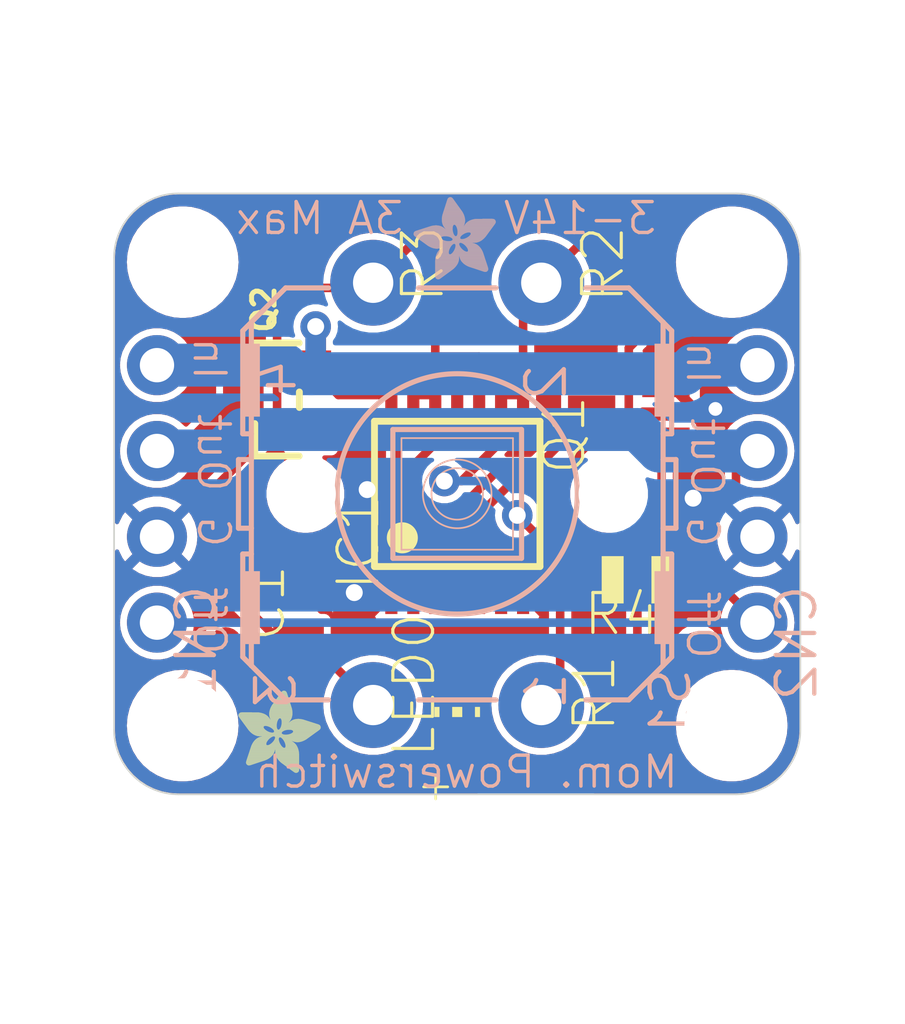
<source format=kicad_pcb>
(kicad_pcb (version 20221018) (generator pcbnew)
  (layers (0 "F.Cu" signal) (31 "B.Cu" signal) (34 "B.Paste" user) (35 "F.Paste" user) (36 "B.SilkS" user "B.Silkscreen") (37 "F.SilkS" user "F.Silkscreen") (38 "B.Mask" user) (39 "F.Mask" user) (44 "Edge.Cuts" user))
  (net 0 "")
  (net 1 "+18V")
  (net 2 "GND")
  (net 3 "N$2")
  (net 4 "N$3")
  (net 5 "GATE")
  (net 6 "N$5")
  (net 7 "N$7")
  (net 8 "N$1")
  (net 9 "KILL")
  (net 10 "OUT")
  (footprint "working:FIDUCIAL_1MM" (layer "F.Cu") (at 155.6131 109.5756)
    (fp_text reference "FID1" hide)
    (fp_text value "FIDUCIAL\"\"" hide)
    (pad "1" smd roundrect (at 0 0) (size 1 1) (layers "F.Cu" "F.Mask") (roundrect_rratio 0.5))
  )
  (footprint "" (layer "F.Cu") (at 156.6291 98.1456)
    (fp_text reference "@HOLE2" hide)
    (fp_text value "" (at 0 0) (layer "F.SilkS") (effects (font (size 1.27 1.27))))
    (pad "" np_thru_hole circle (at 0 0) (size 2.8 2.8) (drill 2.8) (layers "*.Cu" "*.Mask"))
  )
  (footprint "working:R0805" (layer "F.Cu") (at 153.8351 107.5436 180)
    (fp_text reference "R4" (at -0.762 -1.016) (layer "F.SilkS") (effects (font (size 1.176528 1.176528) (thickness 0.093472)) (justify right)))
    (fp_text value "1K")
    (pad "1" smd rect (at -1 0 180) (size 1.1 1.4) (layers "F.Cu" "F.Paste" "F.Mask") (net 9 "KILL"))
    (pad "2" smd rect (at 1 0 180) (size 1.1 1.4) (layers "F.Cu" "F.Paste" "F.Mask") (net 8 "N$1"))
  )
  (footprint "" (layer "F.Cu") (at 156.6291 111.8616)
    (fp_text reference "@HOLE3" hide)
    (fp_text value "" (at 0 0) (layer "F.SilkS") (effects (font (size 1.27 1.27))))
    (pad "" np_thru_hole circle (at 0 0) (size 2.8 2.8) (drill 2.8) (layers "*.Cu" "*.Mask"))
  )
  (footprint "working:R0805" (layer "F.Cu") (at 153.8351 98.6536 90)
    (fp_text reference "R2" (at -0.762 -1.016 90) (layer "F.SilkS") (effects (font (size 1.176528 1.176528) (thickness 0.093472)) (justify left)))
    (fp_text value "100K")
    (pad "1" smd rect (at -0.95 0 90) (size 1.3 1.5) (layers "F.Cu" "F.Paste" "F.Mask") (net 5 "GATE"))
    (pad "2" smd rect (at 0.95 0 90) (size 1.3 1.5) (layers "F.Cu" "F.Paste" "F.Mask") (net 7 "N$7"))
  )
  (footprint "working:FIDUCIAL_1MM" (layer "F.Cu") (at 141.6431 109.4486)
    (fp_text reference "FID3" hide)
    (fp_text value "FIDUCIAL\"\"" hide)
    (pad "1" smd roundrect (at 0 0) (size 1 1) (layers "F.Cu" "F.Mask") (roundrect_rratio 0.5))
  )
  (footprint "working:SOT23-WIDE" (layer "F.Cu") (at 143.1671 102.2096 90)
    (fp_text reference "Q2" (at 1.905 0 90) (layer "F.SilkS") (effects (font (size 0.666496 0.666496) (thickness 0.146304)) (justify left bottom)))
    (fp_text value "POWER PFET")
    (pad "1" smd rect (at -0.95 1 90) (size 1 1.2) (layers "F.Cu" "F.Paste" "F.Mask") (net 5 "GATE"))
    (pad "2" smd rect (at 0.95 1 90) (size 1 1.2) (layers "F.Cu" "F.Paste" "F.Mask") (net 1 "+18V"))
    (pad "3" smd rect (at 0 -1 90) (size 1 1.2) (layers "F.Cu" "F.Paste" "F.Mask") (net 10 "OUT"))
  )
  (footprint "working:ADAFRUIT_2.5MM" (layer "F.Cu") (at 142.0241 113.2586)
    (fp_text reference "U$2" hide)
    (fp_text value "" hide)
  )
  (footprint "working:C0805" (layer "F.Cu") (at 143.8021 108.5596 90)
    (fp_text reference "C1" (at -0.889 -1.016 90) (layer "F.SilkS") (effects (font (size 1.176528 1.176528) (thickness 0.093472)) (justify left)))
    (fp_text value "0.1uF")
    (pad "1" smd rect (at -0.85 0 90) (size 1.3 1.5) (layers "F.Cu" "F.Paste" "F.Mask") (net 6 "N$5"))
    (pad "2" smd rect (at 0.85 0 90) (size 1.3 1.5) (layers "F.Cu" "F.Paste" "F.Mask") (net 2 "GND"))
  )
  (footprint "working:MC14093B-TSSOP14" (layer "F.Cu") (at 148.5011 105.0036)
    (fp_text reference "IC1" (at -2.925 2.925 90) (layer "F.SilkS") (effects (font (size 1.176528 1.176528) (thickness 0.093472)) (justify left)))
    (fp_text value "4093DT")
    (pad "1" smd rect (at -1.95 2.925) (size 0.36 1.26) (layers "F.Cu" "F.Paste") (net 2 "GND"))
    (pad "2" smd rect (at -1.3 2.925) (size 0.36 1.26) (layers "F.Cu" "F.Paste") (net 2 "GND"))
    (pad "3" smd rect (at -0.65 2.925) (size 0.36 1.26) (layers "F.Cu" "F.Paste"))
    (pad "4" smd rect (at 0 2.925) (size 0.36 1.26) (layers "F.Cu" "F.Paste"))
    (pad "5" smd rect (at 0.65 2.925) (size 0.36 1.26) (layers "F.Cu" "F.Paste") (net 2 "GND"))
    (pad "6" smd rect (at 1.3 2.925) (size 0.36 1.26) (layers "F.Cu" "F.Paste") (net 2 "GND"))
    (pad "7" smd rect (at 1.95 2.925) (size 0.36 1.26) (layers "F.Cu" "F.Paste") (net 2 "GND"))
    (pad "8" smd rect (at 1.95 -2.925 180) (size 0.36 1.26) (layers "F.Cu" "F.Paste") (net 7 "N$7"))
    (pad "9" smd rect (at 1.3 -2.925 180) (size 0.36 1.26) (layers "F.Cu" "F.Paste") (net 7 "N$7"))
    (pad "10" smd rect (at 0.65 -2.925 180) (size 0.36 1.26) (layers "F.Cu" "F.Paste") (net 3 "N$2"))
    (pad "11" smd rect (at 0 -2.925 180) (size 0.36 1.26) (layers "F.Cu" "F.Paste") (net 5 "GATE"))
    (pad "12" smd rect (at -0.65 -2.925 180) (size 0.36 1.26) (layers "F.Cu" "F.Paste") (net 3 "N$2"))
    (pad "13" smd rect (at -1.3 -2.925 180) (size 0.36 1.26) (layers "F.Cu" "F.Paste") (net 3 "N$2"))
    (pad "14" smd rect (at -1.95 -2.925 180) (size 0.36 1.26) (layers "F.Cu" "F.Paste") (net 1 "+18V"))
  )
  (footprint "working:CHIP-LED0805" (layer "F.Cu") (at 148.5011 111.6076)
    (fp_text reference "LED0" (at -1.27 1.27 90) (layer "F.SilkS") (effects (font (size 1.176528 1.176528) (thickness 0.093472)) (justify left)))
    (fp_text value "RED")
    (fp_text user "+" (at -1.27 2.54) (layer "F.SilkS") (effects (font (size 0.93472 0.93472) (thickness 0.08128)) (justify left bottom)))
    (pad "A" smd rect (at 0 1.05) (size 1.2 1.2) (layers "F.Cu" "F.Paste" "F.Mask") (net 4 "N$3"))
    (pad "C" smd rect (at 0 -1.05) (size 1.2 1.2) (layers "F.Cu" "F.Paste" "F.Mask") (net 2 "GND"))
  )
  (footprint "working:FIDUCIAL_1MM" (layer "F.Cu") (at 142.9131 97.5106)
    (fp_text reference "FID2" hide)
    (fp_text value "FIDUCIAL\"\"" hide)
    (pad "1" smd roundrect (at 0 0) (size 1 1) (layers "F.Cu" "F.Mask") (roundrect_rratio 0.5))
  )
  (footprint "working:SOT23-BEC" (layer "F.Cu") (at 153.5811 102.5906 90)
    (fp_text reference "Q1" (at -1.905 -1.905 90) (layer "F.SilkS") (effects (font (size 1.176528 1.176528) (thickness 0.093472)) (justify left)))
    (fp_text value "2N2222")
    (pad "B" smd rect (at -0.95 1.1 90) (size 1 1.4) (layers "F.Cu" "F.Paste" "F.Mask") (net 8 "N$1"))
    (pad "C" smd rect (at 0 -1.1 90) (size 1 1.4) (layers "F.Cu" "F.Paste" "F.Mask") (net 3 "N$2"))
    (pad "E" smd rect (at 0.95 1.1 90) (size 1 1.4) (layers "F.Cu" "F.Paste" "F.Mask") (net 2 "GND"))
  )
  (footprint "working:R0805" (layer "F.Cu") (at 148.5011 98.6536 90)
    (fp_text reference "R3" (at -0.762 -1.016 90) (layer "F.SilkS") (effects (font (size 1.176528 1.176528) (thickness 0.093472)) (justify left)))
    (fp_text value "100K")
    (pad "1" smd rect (at -0.95 0 90) (size 1.3 1.5) (layers "F.Cu" "F.Paste" "F.Mask") (net 3 "N$2"))
    (pad "2" smd rect (at 0.95 0 90) (size 1.3 1.5) (layers "F.Cu" "F.Paste" "F.Mask") (net 6 "N$5"))
  )
  (footprint "working:R0805" (layer "F.Cu") (at 153.5811 111.3536 90)
    (fp_text reference "R1" (at -0.762 -1.016 90) (layer "F.SilkS") (effects (font (size 1.176528 1.176528) (thickness 0.093472)) (justify left)))
    (fp_text value "1K")
    (pad "1" smd rect (at -0.95 0 90) (size 1.3 1.5) (layers "F.Cu" "F.Paste" "F.Mask") (net 4 "N$3"))
    (pad "2" smd rect (at 0.95 0 90) (size 1.3 1.5) (layers "F.Cu" "F.Paste" "F.Mask") (net 10 "OUT"))
  )
  (footprint "" (layer "F.Cu") (at 140.3731 98.1456)
    (fp_text reference "@HOLE0" hide)
    (fp_text value "" (at 0 0) (layer "F.SilkS") (effects (font (size 1.27 1.27))))
    (pad "" np_thru_hole circle (at 0 0) (size 2.8 2.8) (drill 2.8) (layers "*.Cu" "*.Mask"))
  )
  (footprint "" (layer "F.Cu") (at 140.3731 111.8616)
    (fp_text reference "@HOLE1" hide)
    (fp_text value "" (at 0 0) (layer "F.SilkS") (effects (font (size 1.27 1.27))))
    (pad "" np_thru_hole circle (at 0 0) (size 2.8 2.8) (drill 2.8) (layers "*.Cu" "*.Mask"))
  )
  (footprint "working:ADAFRUIT_2.5MM" (layer "B.Cu") (at 149.6441 98.6536 180)
    (fp_text reference "U$1" hide)
    (fp_text value "" hide)
  )
  (footprint "working:1X04-CLEANBIG" (layer "B.Cu") (at 157.3911 105.0036 90)
    (fp_text reference "CN2" (at -2.6162 1.8288 270) (layer "B.SilkS") (effects (font (size 1.143 1.143) (thickness 0.127)) (justify left bottom mirror)))
    (fp_text value "1X4-CLEANBIG")
    (pad "1" thru_hole circle (at -3.81 0) (size 1.778 1.778) (drill 1.016) (layers "*.Cu" "*.Mask") (net 9 "KILL"))
    (pad "2" thru_hole circle (at -1.27 0) (size 1.778 1.778) (drill 1.016) (layers "*.Cu" "*.Mask") (net 2 "GND"))
    (pad "3" thru_hole circle (at 1.27 0) (size 1.778 1.778) (drill 1.016) (layers "*.Cu" "*.Mask") (net 10 "OUT"))
    (pad "4" thru_hole circle (at 3.81 0) (size 1.778 1.778) (drill 1.016) (layers "*.Cu" "*.Mask") (net 1 "+18V"))
  )
  (footprint "working:1X04-CLEANBIG" (layer "B.Cu") (at 139.6111 105.0036 90)
    (fp_text reference "CN1" (at -2.6162 1.8288 270) (layer "B.SilkS") (effects (font (size 1.143 1.143) (thickness 0.127)) (justify left bottom mirror)))
    (fp_text value "1X4-CLEANBIG")
    (pad "1" thru_hole circle (at -3.81 0) (size 1.778 1.778) (drill 1.016) (layers "*.Cu" "*.Mask") (net 9 "KILL"))
    (pad "2" thru_hole circle (at -1.27 0) (size 1.778 1.778) (drill 1.016) (layers "*.Cu" "*.Mask") (net 2 "GND"))
    (pad "3" thru_hole circle (at 1.27 0) (size 1.778 1.778) (drill 1.016) (layers "*.Cu" "*.Mask") (net 10 "OUT"))
    (pad "4" thru_hole circle (at 3.81 0) (size 1.778 1.778) (drill 1.016) (layers "*.Cu" "*.Mask") (net 1 "+18V"))
  )
  (footprint "working:B3F-40XX-ROUND" (layer "B.Cu") (at 148.5011 105.0036 90)
    (fp_text reference "S1" (at -5.08 6.985 270) (layer "B.SilkS") (effects (font (size 1.143 1.143) (thickness 0.127)) (justify left bottom mirror)))
    (fp_text value "")
    (fp_text user "3" (at -5.207 -4.699 270) (layer "B.SilkS") (effects (font (size 1.143 1.143) (thickness 0.127)) (justify left bottom mirror)))
    (fp_text user "4" (at 4.064 -4.699 270) (layer "B.SilkS") (effects (font (size 1.143 1.143) (thickness 0.127)) (justify left bottom mirror)))
    (fp_text user "1" (at -5.207 3.302 270) (layer "B.SilkS") (effects (font (size 1.143 1.143) (thickness 0.127)) (justify left bottom mirror)))
    (fp_text user "2" (at 3.937 3.302 270) (layer "B.SilkS") (effects (font (size 1.143 1.143) (thickness 0.127)) (justify left bottom mirror)))
    (pad "" np_thru_hole circle (at 0 -4.4958 90) (size 1.8034 1.8034) (drill 1.8034) (layers "*.Cu" "*.Mask"))
    (pad "" np_thru_hole circle (at 0 4.4958 90) (size 1.8034 1.8034) (drill 1.8034) (layers "*.Cu" "*.Mask"))
    (pad "1" thru_hole circle (at -6.2484 2.4892 90) (size 2.54 2.54) (drill 1.1938) (layers "*.Cu" "*.Mask") (net 7 "N$7"))
    (pad "2" thru_hole circle (at 6.2484 2.4892 90) (size 2.54 2.54) (drill 1.1938) (layers "*.Cu" "*.Mask") (net 7 "N$7"))
    (pad "3" thru_hole circle (at -6.2484 -2.4892 90) (size 2.54 2.54) (drill 1.1938) (layers "*.Cu" "*.Mask") (net 6 "N$5"))
    (pad "4" thru_hole circle (at 6.2484 -2.4892 90) (size 2.54 2.54) (drill 1.1938) (layers "*.Cu" "*.Mask") (net 6 "N$5"))
  )
  (gr_line (start 138.3411 111.9886) (end 138.3411 98.0186) (stroke (width 0.05)) (layer "Edge.Cuts"))
  (gr_line (start 140.2461 96.1136) (end 156.7561 96.1136) (stroke (width 0.05)) (layer "Edge.Cuts"))
  (gr_arc (start 158.6611 111.9886) (mid 158.103138 113.335638) (end 156.7561 113.8936) (stroke (width 0.05)) (layer "Edge.Cuts"))
  (gr_arc (start 138.3411 98.0186) (mid 138.899062 96.671562) (end 140.2461 96.1136) (stroke (width 0.05)) (layer "Edge.Cuts"))
  (gr_line (start 156.7561 113.8936) (end 140.2461 113.8936) (stroke (width 0.05)) (layer "Edge.Cuts"))
  (gr_arc (start 156.7561 96.1136) (mid 158.103138 96.671562) (end 158.6611 98.0186) (stroke (width 0.05)) (layer "Edge.Cuts"))
  (gr_line (start 158.6611 98.0186) (end 158.6611 111.9886) (stroke (width 0.05)) (layer "Edge.Cuts"))
  (gr_arc (start 140.2461 113.8936) (mid 138.899062 113.335638) (end 138.3411 111.9886) (stroke (width 0.05)) (layer "Edge.Cuts"))
  (gr_text "3A Max" (at 146.9771 97.3836) (layer "B.SilkS") (effects (font (size 0.9144 0.9144) (thickness 0.1016)) (justify left bottom mirror)))
  (gr_text "In" (at 155.2321 101.8286 -90) (layer "B.SilkS") (effects (font (size 0.9144 0.9144) (thickness 0.1016)) (justify left bottom mirror)))
  (gr_text "In" (at 140.6271 101.7016 -90) (layer "B.SilkS") (effects (font (size 0.9144 0.9144) (thickness 0.1016)) (justify left bottom mirror)))
  (gr_text "G" (at 155.2321 106.6546 -90) (layer "B.SilkS") (effects (font (size 0.9144 0.9144) (thickness 0.1016)) (justify left bottom mirror)))
  (gr_text "Out" (at 140.7541 105.0036 -90) (layer "B.SilkS") (effects (font (size 0.9144 0.9144) (thickness 0.1016)) (justify left bottom mirror)))
  (gr_text "Out" (at 155.3591 105.1306 -90) (layer "B.SilkS") (effects (font (size 0.9144 0.9144) (thickness 0.1016)) (justify left bottom mirror)))
  (gr_text "Off" (at 140.6271 109.8296 -90) (layer "B.SilkS") (effects (font (size 0.9144 0.9144) (thickness 0.1016)) (justify left bottom mirror)))
  (gr_text "Off" (at 155.2321 109.9566 -90) (layer "B.SilkS") (effects (font (size 0.9144 0.9144) (thickness 0.1016)) (justify left bottom mirror)))
  (gr_text "G" (at 140.7541 106.6546 -90) (layer "B.SilkS") (effects (font (size 0.9144 0.9144) (thickness 0.1016)) (justify left bottom mirror)))
  (gr_text "3-14V" (at 154.4701 97.3836) (layer "B.SilkS") (effects (font (size 0.9144 0.9144) (thickness 0.1016)) (justify left bottom mirror)))
  (gr_text "Mom. Powerswitch" (at 155.1051 113.7666) (layer "B.SilkS") (effects (font (size 0.9144 0.9144) (thickness 0.1016)) (justify left bottom mirror)))
  (segment (start 146.5511 102.0786) (end 144.9861 102.0786) (width 0.254) (layer "F.Cu") (net 1))
  (segment (start 144.9861 102.0786) (end 144.1671 101.2596) (width 0.254) (layer "F.Cu") (net 1))
  (segment (start 144.3101 101.3206) (end 144.2281 101.3206) (width 0.254) (layer "F.Cu") (net 1))
  (segment (start 144.2281 101.3206) (end 144.1671 101.2596) (width 0.254) (layer "F.Cu") (net 1))
  (segment (start 144.3101 101.3206) (end 144.3101 100.0506) (width 0.6096) (layer "F.Cu") (net 1))
  (via (at 144.3101 100.0506) (size 0.9064) (drill 0.5) (layers "F.Cu" "B.Cu") (net 1))
  (segment (start 143.4211 101.1936) (end 139.6111 101.1936) (width 1.27) (layer "B.Cu") (net 1))
  (segment (start 143.6751 101.4476) (end 143.4211 101.1936) (width 1.27) (layer "B.Cu") (net 1))
  (segment (start 157.3911 101.1936) (end 155.4861 101.1936) (width 1.27) (layer "B.Cu") (net 1))
  (segment (start 144.3101 100.0506) (end 144.3101 101.4476) (width 0.6096) (layer "B.Cu") (net 1))
  (segment (start 155.4861 101.1936) (end 155.2321 101.4476) (width 1.27) (layer "B.Cu") (net 1))
  (segment (start 144.3101 101.4476) (end 144.1831 101.4476) (width 0.6096) (layer "B.Cu") (net 1))
  (segment (start 144.1831 101.4476) (end 143.6751 101.4476) (width 1.27) (layer "B.Cu") (net 1))
  (segment (start 155.2321 101.4476) (end 144.1831 101.4476) (width 1.27) (layer "B.Cu") (net 1))
  (via (at 156.1465 102.489) (size 0.8128) (drill 0.4064) (layers "F.Cu" "B.Cu") (net 2))
  (via (at 145.8341 104.8766) (size 0.9064) (drill 0.5) (layers "F.Cu" "B.Cu") (net 2))
  (via (at 155.4861 105.1306) (size 0.9064) (drill 0.5) (layers "F.Cu" "B.Cu") (net 2))
  (via (at 145.4531 107.9246) (size 0.9064) (drill 0.5) (layers "F.Cu" "B.Cu") (net 2))
  (segment (start 148.5011 99.6536) (end 148.5011 99.6036) (width 0.254) (layer "F.Cu") (net 3))
  (segment (start 149.1361 102.5906) (end 149.1511 102.5756) (width 0.254) (layer "F.Cu") (net 3))
  (segment (start 149.1511 100.9396) (end 147.8511 100.9396) (width 0.254) (layer "F.Cu") (net 3))
  (segment (start 147.8511 100.3036) (end 148.5011 99.6536) (width 0.254) (layer "F.Cu") (net 3))
  (segment (start 147.2461 105.6386) (end 147.2461 104.1146) (width 0.254) (layer "F.Cu") (net 3))
  (segment (start 149.1511 102.5756) (end 149.1511 102.0786) (width 0.254) (layer "F.Cu") (net 3))
  (segment (start 147.8511 100.9396) (end 147.8511 102.0786) (width 0.254) (layer "F.Cu") (net 3))
  (segment (start 149.7711 104.2416) (end 148.3741 105.6386) (width 0.254) (layer "F.Cu") (net 3))
  (segment (start 150.8301 104.2416) (end 149.7711 104.2416) (width 0.254) (layer "F.Cu") (net 3))
  (segment (start 147.2461 104.1146) (end 147.7541 103.6066) (width 0.254) (layer "F.Cu") (net 3))
  (segment (start 152.4811 102.5906) (end 150.8301 104.2416) (width 0.254) (layer "F.Cu") (net 3))
  (segment (start 149.1511 102.0786) (end 149.1511 100.9396) (width 0.254) (layer "F.Cu") (net 3))
  (segment (start 147.8511 100.3036) (end 147.8511 100.9396) (width 0.254) (layer "F.Cu") (net 3))
  (segment (start 148.7551 103.6066) (end 149.1361 103.2256) (width 0.254) (layer "F.Cu") (net 3))
  (segment (start 148.3741 105.6386) (end 147.2461 105.6386) (width 0.254) (layer "F.Cu") (net 3))
  (segment (start 149.1361 103.2256) (end 149.1361 102.5906) (width 0.254) (layer "F.Cu") (net 3))
  (segment (start 147.7541 103.6066) (end 148.7551 103.6066) (width 0.254) (layer "F.Cu") (net 3))
  (segment (start 147.8511 102.0786) (end 147.2011 102.0786) (width 0.254) (layer "F.Cu") (net 3))
  (segment (start 149.3561 113.5126) (end 148.5011 112.6576) (width 0.254) (layer "F.Cu") (net 4))
  (segment (start 152.2951 113.5126) (end 153.5041 112.3036) (width 0.254) (layer "F.Cu") (net 4))
  (segment (start 153.5041 112.3036) (end 153.5811 112.3036) (width 0.254) (layer "F.Cu") (net 4))
  (segment (start 152.2951 113.5126) (end 149.3561 113.5126) (width 0.254) (layer "F.Cu") (net 4))
  (segment (start 153.3271 103.6066) (end 152.3111 103.6066) (width 0.254) (layer "F.Cu") (net 5))
  (segment (start 146.7231 103.0986) (end 148.2471 103.0986) (width 0.254) (layer "F.Cu") (net 5))
  (segment (start 148.5011 102.8446) (end 148.2471 103.0986) (width 0.254) (layer "F.Cu") (net 5))
  (segment (start 151.1681 104.7496) (end 150.0251 104.7496) (width 0.254) (layer "F.Cu") (net 5))
  (segment (start 146.7231 103.0986) (end 144.2281 103.0986) (width 0.254) (layer "F.Cu") (net 5))
  (segment (start 153.8351 100.4316) (end 153.8351 99.6036) (width 0.254) (layer "F.Cu") (net 5))
  (segment (start 153.3271 103.6066) (end 153.5811 103.3526) (width 0.254) (layer "F.Cu") (net 5))
  (segment (start 144.2281 103.0986) (end 144.1671 103.1596) (width 0.254) (layer "F.Cu") (net 5))
  (segment (start 148.5011 102.0786) (end 148.5011 102.8446) (width 0.254) (layer "F.Cu") (net 5))
  (segment (start 150.0251 104.7496) (end 148.6281 106.1466) (width 0.254) (layer "F.Cu") (net 5))
  (segment (start 152.3111 103.6066) (end 151.1681 104.7496) (width 0.254) (layer "F.Cu") (net 5))
  (segment (start 153.5811 100.6856) (end 153.8351 100.4316) (width 0.254) (layer "F.Cu") (net 5))
  (segment (start 153.5811 103.3526) (end 153.5811 100.6856) (width 0.254) (layer "F.Cu") (net 5))
  (segment (start 146.7231 106.1466) (end 146.7231 103.0986) (width 0.254) (layer "F.Cu") (net 5))
  (segment (start 148.6281 106.1466) (end 146.7231 106.1466) (width 0.254) (layer "F.Cu") (net 5))
  (segment (start 143.707946 109.4486) (end 143.8021 109.4096) (width 0.254) (layer "F.Cu") (net 6))
  (segment (start 141.3891 104.7496) (end 143.1671 102.9716) (width 0.254) (layer "F.Cu") (net 6))
  (segment (start 144.1695 109.4096) (end 143.8021 109.4096) (width 0.254) (layer "F.Cu") (net 6))
  (segment (start 143.1671 99.9236) (end 144.1831 98.9076) (width 0.254) (layer "F.Cu") (net 6))
  (segment (start 143.3331 109.4486) (end 143.707946 109.4486) (width 0.254) (layer "F.Cu") (net 6))
  (segment (start 141.3891 107.5046) (end 141.3891 104.7496) (width 0.254) (layer "F.Cu") (net 6))
  (segment (start 143.707946 109.4486) (end 143.707946 109.4486) (width 0.254) (layer "F.Cu") (net 6))
  (segment (start 143.3331 109.4486) (end 141.3891 107.5046) (width 0.254) (layer "F.Cu") (net 6))
  (segment (start 146.0119 111.252) (end 144.1695 109.4096) (width 0.254) (layer "F.Cu") (net 6))
  (segment (start 144.1831 98.9076) (end 145.8595 98.9076) (width 0.254) (layer "F.Cu") (net 6))
  (segment (start 146.0119 98.7552) (end 147.0635 97.7036) (width 0.254) (layer "F.Cu") (net 6))
  (segment (start 145.8595 98.9076) (end 146.0119 98.7552) (width 0.254) (layer "F.Cu") (net 6))
  (segment (start 143.1671 102.9716) (end 143.1671 99.9236) (width 0.254) (layer "F.Cu") (net 6))
  (segment (start 147.0635 97.7036) (end 148.5011 97.7036) (width 0.254) (layer "F.Cu") (net 6))
  (segment (start 148.6281 104.6226) (end 148.1201 104.6226) (width 0.254) (layer "F.Cu") (net 7))
  (segment (start 150.9903 98.7552) (end 152.0419 97.7036) (width 0.254) (layer "F.Cu") (net 7))
  (segment (start 150.9903 98.7552) (end 150.4511 99.2944) (width 0.254) (layer "F.Cu") (net 7))
  (segment (start 152.0419 97.7036) (end 153.8351 97.7036) (width 0.254) (layer "F.Cu") (net 7))
  (segment (start 151.5491 106.9086) (end 150.2791 105.6386) (width 0.254) (layer "F.Cu") (net 7))
  (segment (start 151.5491 110.6932) (end 151.5491 106.9086) (width 0.254) (layer "F.Cu") (net 7))
  (segment (start 150.9903 111.252) (end 151.5491 110.6932) (width 0.254) (layer "F.Cu") (net 7))
  (segment (start 150.4511 102.7996) (end 150.4511 102.0786) (width 0.254) (layer "F.Cu") (net 7))
  (segment (start 150.4511 102.7996) (end 148.6281 104.6226) (width 0.254) (layer "F.Cu") (net 7))
  (segment (start 150.4511 99.2944) (end 150.4511 102.0786) (width 0.254) (layer "F.Cu") (net 7))
  (segment (start 149.8011 102.0786) (end 150.4511 102.0786) (width 0.254) (layer "F.Cu") (net 7))
  (via (at 150.2791 105.6386) (size 0.9064) (drill 0.5) (layers "F.Cu" "B.Cu") (net 7))
  (via (at 148.1201 104.6226) (size 0.9064) (drill 0.5) (layers "F.Cu" "B.Cu") (net 7))
  (segment (start 148.1201 104.6226) (end 149.2631 104.6226) (width 0.254) (layer "B.Cu") (net 7))
  (segment (start 150.2791 105.6386) (end 149.2631 104.6226) (width 0.254) (layer "B.Cu") (net 7))
  (segment (start 154.5541 105.3006) (end 154.5541 103.5406) (width 0.254) (layer "F.Cu") (net 8))
  (segment (start 154.5541 103.5406) (end 154.6811 103.5406) (width 0.254) (layer "F.Cu") (net 8))
  (segment (start 152.8351 107.0196) (end 154.5541 105.3006) (width 0.254) (layer "F.Cu") (net 8))
  (segment (start 152.8351 107.5436) (end 152.8351 107.0196) (width 0.254) (layer "F.Cu") (net 8))
  (segment (start 156.1051 107.5436) (end 154.8351 107.5436) (width 0.254) (layer "F.Cu") (net 9))
  (segment (start 156.132412 107.554913) (end 157.3911 108.8136) (width 0.254) (layer "F.Cu") (net 9))
  (segment (start 156.1051 107.5436) (end 156.1051 107.5436) (width 0.254) (layer "F.Cu") (net 9))
  (segment (start 156.1051 107.5436) (end 156.132412 107.554913) (width 0.254) (layer "F.Cu") (net 9))
  (segment (start 157.3911 108.8136) (end 139.6111 108.8136) (width 0.254) (layer "B.Cu") (net 9))
  (segment (start 153.8351 110.0996) (end 153.8351 106.7816) (width 0.254) (layer "F.Cu") (net 10))
  (segment (start 153.5811 110.3536) (end 153.5811 110.4036) (width 0.254) (layer "F.Cu") (net 10))
  (segment (start 156.7561 105.0036) (end 156.7561 104.3686) (width 0.254) (layer "F.Cu") (net 10))
  (segment (start 153.8351 106.7816) (end 154.3431 106.2736) (width 0.254) (layer "F.Cu") (net 10))
  (segment (start 153.8351 110.0996) (end 153.5811 110.3536) (width 0.254) (layer "F.Cu") (net 10))
  (segment (start 142.1671 102.2096) (end 140.6431 103.7336) (width 0.8128) (layer "F.Cu") (net 10))
  (segment (start 154.3431 106.2736) (end 155.4861 106.2736) (width 0.254) (layer "F.Cu") (net 10))
  (segment (start 140.6431 103.7336) (end 139.6111 103.7336) (width 0.8128) (layer "F.Cu") (net 10))
  (segment (start 140.6525 103.7336) (end 140.6431 103.7336) (width 0.8128) (layer "F.Cu") (net 10))
  (segment (start 155.4861 106.2736) (end 156.7561 105.0036) (width 0.254) (layer "F.Cu") (net 10))
  (segment (start 156.7561 104.3686) (end 157.3911 103.7336) (width 0.254) (layer "F.Cu") (net 10))
  (segment (start 141.5161 103.7336) (end 139.6111 103.7336) (width 1.27) (layer "B.Cu") (net 10))
  (segment (start 154.4701 103.7336) (end 157.3911 103.7336) (width 1.27) (layer "B.Cu") (net 10))
  (segment (start 142.1511 103.0986) (end 141.5161 103.7336) (width 1.27) (layer "B.Cu") (net 10))
  (segment (start 153.8351 103.0986) (end 142.1511 103.0986) (width 1.27) (layer "B.Cu") (net 10))
  (segment (start 140.1191 103.7336) (end 139.6111 103.7336) (width 0.8128) (layer "B.Cu") (net 10))
  (segment (start 153.8351 103.0986) (end 154.4701 103.7336) (width 1.27) (layer "B.Cu") (net 10))
  (zone (net 2) (net_name "GND") (layer "F.Cu") (priority 6) (connect_pads (clearance 0.000001)) (min_thickness 0.127) (fill yes (thermal_gap 0.304) (thermal_bridge_width 0.304))
    (polygon (pts (xy 159.5501 114.7826) (xy 139.605555 114.7826) (xy 139.36843 114.761854) (xy 139.133131 114.698807) (xy 138.912357 114.595857) (xy 138.712814 114.456135) (xy 138.540565 114.283886) (xy 138.400843 114.084343) (xy 138.297893 113.863569) (xy 138.234846 113.62827) (xy 138.2141 113.391145) (xy 138.2141 95.4786) (xy 159.5501 95.4786)))
  )
  (zone (net 2) (net_name "GND") (layer "B.Cu") (priority 6) (connect_pads (clearance 0.000001)) (min_thickness 0.127) (fill yes (thermal_gap 0.304) (thermal_bridge_width 0.304))
    (polygon (pts (xy 159.5501 114.7826) (xy 139.605555 114.7826) (xy 139.36843 114.761854) (xy 139.133131 114.698807) (xy 138.912357 114.595857) (xy 138.712814 114.456135) (xy 138.540565 114.283886) (xy 138.400843 114.084343) (xy 138.297893 113.863569) (xy 138.234846 113.62827) (xy 138.2141 113.391145) (xy 138.2141 96.870055) (xy 138.234846 96.63293) (xy 138.297893 96.397631) (xy 138.400843 96.176857) (xy 138.540565 95.977314) (xy 138.712814 95.805065) (xy 138.912357 95.665343) (xy 139.133131 95.562393) (xy 139.36843 95.499346) (xy 139.605555 95.4786) (xy 159.5501 95.4786)))
  )
)
</source>
